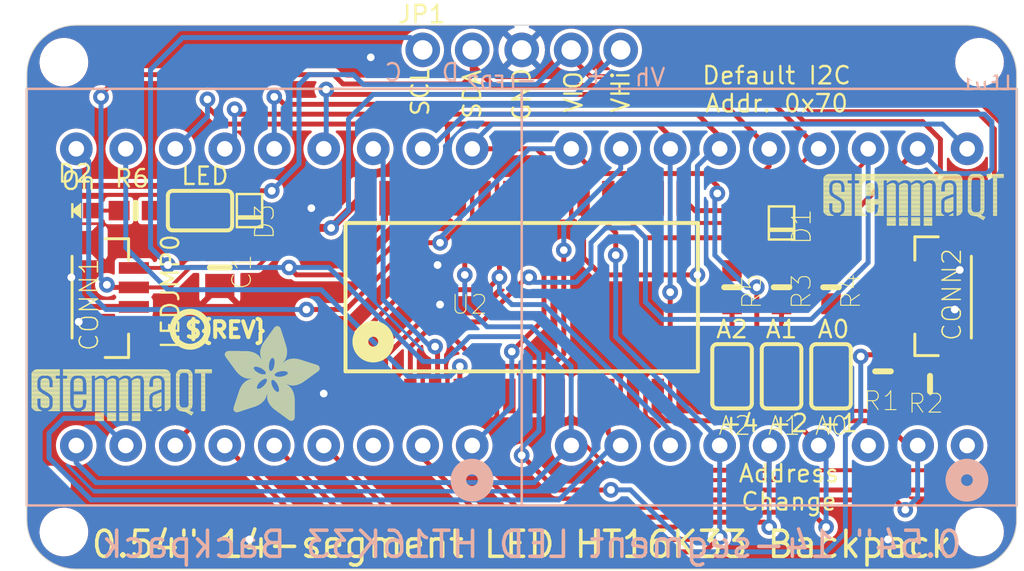
<source format=kicad_pcb>
(kicad_pcb (version 20221018) (generator pcbnew)
  (layers (0 "F.Cu" signal) (1 "In1.Cu" signal) (2 "In2.Cu" signal) (3 "In3.Cu" signal) (4 "In4.Cu" signal) (5 "In5.Cu" signal) (6 "In6.Cu" signal) (7 "In7.Cu" signal) (8 "In8.Cu" signal) (9 "In9.Cu" signal) (10 "In10.Cu" signal) (11 "In11.Cu" signal) (12 "In12.Cu" signal) (13 "In13.Cu" signal) (14 "In14.Cu" signal) (31 "B.Cu" signal) (34 "B.Paste" user) (35 "F.Paste" user) (36 "B.SilkS" user "B.Silkscreen") (37 "F.SilkS" user "F.Silkscreen") (38 "B.Mask" user) (39 "F.Mask" user) (44 "Edge.Cuts" user))
  (net 0 "")
  (net 1 "GND")
  (net 2 "N$19")
  (net 3 "N$20")
  (net 4 "A1")
  (net 5 "COM0")
  (net 6 "N$10")
  (net 7 "N$11")
  (net 8 "N$12")
  (net 9 "N$13")
  (net 10 "N$16")
  (net 11 "A0")
  (net 12 "A2")
  (net 13 "SDA")
  (net 14 "SCL")
  (net 15 "N$1")
  (net 16 "N$7")
  (net 17 "N$4")
  (net 18 "N$5")
  (net 19 "N$6")
  (net 20 "N$8")
  (net 21 "N$9")
  (net 22 "N$14")
  (net 23 "N$15")
  (net 24 "COM1")
  (net 25 "COM2")
  (net 26 "COM3")
  (net 27 "VDDIO")
  (net 28 "N$3")
  (net 29 "N$17")
  (net 30 "V+")
  (footprint "" (layer "F.Cu") (at 125.0061 117.0686)
    (fp_text reference "@HOLE0" hide)
    (fp_text value "")
  )
  (footprint "working:PCBFEAT-REV-040" (layer "F.Cu") (at 131.4831 106.6546)
    (fp_text reference "U$8" hide)
    (fp_text value "" hide)
  )
  (footprint "working:SOP28_300MIL_SKINNY" (layer "F.Cu") (at 148.5011 105.0036)
    (fp_text reference "U2")
    (fp_text value "HT16K33")
  )
  (footprint "working:0603-NO" (layer "F.Cu") (at 161.8361 104.4956 -90)
    (fp_text reference "R3")
    (fp_text value "47K")
  )
  (footprint "working:SOD-323F" (layer "F.Cu") (at 161.8361 101.1936 -90)
    (fp_text reference "D1")
    (fp_text value "CUS530")
  )
  (footprint "working:FIDUCIAL_1MM" (layer "F.Cu") (at 167.5511 94.2086)
    (fp_text reference "U$1" hide)
    (fp_text value "FIDUCIAL" hide)
  )
  (footprint "" (layer "F.Cu") (at 171.9961 117.0686)
    (fp_text reference "@HOLE1" hide)
    (fp_text value "")
  )
  (footprint "working:STEMMAQT" (layer "F.Cu") (at 163.9951 101.3206)
    (fp_text reference "U$7" hide)
    (fp_text value "" hide)
  )
  (footprint "working:CHIPLED_0603_NOOUTLINE" (layer "F.Cu") (at 125.6411 100.5586 90)
    (fp_text reference "D2")
    (fp_text value "GREEN")
  )
  (footprint "working:JST_SH4_RA" (layer "F.Cu") (at 170.0911 105.0036 90)
    (fp_text reference "CONN2")
    (fp_text value "STEMMA_I2C_QTRA" hide)
  )
  (footprint "working:SOLDERJUMPER_REFLOW_NOPASTE" (layer "F.Cu") (at 164.3761 109.0676 -90)
    (fp_text reference "A0")
    (fp_text value "" hide)
  )
  (footprint "" (layer "F.Cu") (at 125.0061 92.9386)
    (fp_text reference "@HOLE2" hide)
    (fp_text value "")
  )
  (footprint "working:0603-NO" (layer "F.Cu") (at 128.6891 100.5586 180)
    (fp_text reference "R6")
    (fp_text value "47K")
  )
  (footprint "working:SOLDERJUMPER_REFLOW_NOPASTE" (layer "F.Cu") (at 159.2961 109.0676 -90)
    (fp_text reference "A2")
    (fp_text value "" hide)
  )
  (footprint "working:0603-NO" (layer "F.Cu") (at 167.0431 108.8136 90)
    (fp_text reference "R1")
    (fp_text value "10K")
  )
  (footprint "working:JST_SH4_RA" (layer "F.Cu") (at 126.9111 105.0036 -90)
    (fp_text reference "CONN1")
    (fp_text value "STEMMA_I2C_QTRA" hide)
  )
  (footprint "working:0603-NO" (layer "F.Cu") (at 164.3761 104.4956 -90)
    (fp_text reference "R4")
    (fp_text value "47K")
  )
  (footprint "working:STEMMAQT" (layer "F.Cu") (at 123.3551 111.3536)
    (fp_text reference "U$6" hide)
    (fp_text value "" hide)
  )
  (footprint "working:0603-NO" (layer "F.Cu") (at 159.2961 104.4956 -90)
    (fp_text reference "R5")
    (fp_text value "47K")
  )
  (footprint "" (layer "F.Cu") (at 171.9961 92.9386)
    (fp_text reference "@HOLE3" hide)
    (fp_text value "")
  )
  (footprint "working:0603-NO" (layer "F.Cu") (at 169.4561 109.4486 180)
    (fp_text reference "R2")
    (fp_text value "10K")
  )
  (footprint "working:ADAFRUIT_5MM" (layer "F.Cu") (at 133.2611 111.3536)
    (fp_text reference "U$3" hide)
    (fp_text value "" hide)
  )
  (footprint "working:FIDUCIAL_1MM" (layer "F.Cu") (at 124.3711 114.6556)
    (fp_text reference "U$2" hide)
    (fp_text value "FIDUCIAL" hide)
  )
  (footprint "working:SOD-323F" (layer "F.Cu") (at 134.5311 100.5586 -90)
    (fp_text reference "D3")
    (fp_text value "CUS530")
  )
  (footprint "working:SOLDERJUMPER_CLOSEDWIRE" (layer "F.Cu") (at 131.9911 100.5586 180)
    (fp_text reference "LEDJMP0")
    (fp_text value "")
  )
  (footprint "working:SOLDERJUMPER_REFLOW_NOPASTE" (layer "F.Cu") (at 161.8361 109.0676 -90)
    (fp_text reference "A1")
    (fp_text value "" hide)
  )
  (footprint "working:1X05_ROUND_70" (layer "F.Cu") (at 148.5011 92.3036)
    (fp_text reference "JP1")
    (fp_text value "")
  )
  (footprint "working:0805-NO" (layer "F.Cu") (at 133.0071 103.4796 -90)
    (fp_text reference "C1")
    (fp_text value "10uF")
  )
  (footprint "working:SEGMENT_STARTBUST_DUAL_KWA-541CBB" (layer "B.Cu") (at 161.2011 105.0036 180)
    (fp_text reference "LED1")
    (fp_text value "")
  )
  (footprint "working:SEGMENT_STARTBUST_DUAL_KWA-541CBB" (layer "B.Cu") (at 135.8011 105.0036 180)
    (fp_text reference "LED2")
    (fp_text value "")
  )
  (gr_arc (start 173.9011 116.4336) (mid 173.157151 118.229651) (end 171.3611 118.9736) (stroke (width 0.05)) (layer "Edge.Cuts"))
  (gr_arc (start 123.1011 93.5736) (mid 123.845049 91.777549) (end 125.6411 91.0336) (stroke (width 0.05)) (layer "Edge.Cuts"))
  (gr_arc (start 171.3611 91.0336) (mid 173.157151 91.777549) (end 173.9011 93.5736) (stroke (width 0.05)) (layer "Edge.Cuts"))
  (gr_arc (start 125.6411 118.9736) (mid 123.845049 118.229651) (end 123.1011 116.4336) (stroke (width 0.05)) (layer "Edge.Cuts"))
  (gr_line (start 171.3611 91.0336) (end 125.6411 91.0336) (stroke (width 0.05)) (layer "Edge.Cuts"))
  (gr_line (start 123.1011 93.5736) (end 123.1011 116.4336) (stroke (width 0.05)) (layer "Edge.Cuts"))
  (gr_line (start 173.9011 116.4336) (end 173.9011 93.5736) (stroke (width 0.05)) (layer "Edge.Cuts"))
  (gr_line (start 125.6411 118.9736) (end 171.3611 118.9736) (stroke (width 0.05)) (layer "Edge.Cuts"))
  (gr_text "-" (at 148.1201 93.3196) (layer "B.SilkS") (effects (font (size 0.89408 0.89408) (thickness 0.12192)) (justify right top mirror)))
  (gr_text "Vh" (at 154.2161 93.1926) (layer "B.SilkS") (effects (font (size 0.89408 0.89408) (thickness 0.12192)) (justify right top mirror)))
  (gr_text "0.54\" 14-segment LED HT16K33 Backpack " (at 148.5011 117.7036) (layer "B.SilkS") (effects (font (size 1.34112 1.34112) (thickness 0.18288)) (justify mirror)))
  (gr_text "D" (at 144.3101 92.9386) (layer "B.SilkS") (effects (font (size 0.89408 0.89408) (thickness 0.12192)) (justify right top mirror)))
  (gr_text "+" (at 151.6761 93.0656) (layer "B.SilkS") (effects (font (size 0.89408 0.89408) (thickness 0.12192)) (justify right top mirror)))
  (gr_text "C" (at 141.3891 92.9386) (layer "B.SilkS") (effects (font (size 0.89408 0.89408) (thickness 0.12192)) (justify right top mirror)))
  (gr_text "Address\nChange" (at 162.2171 114.7826) (layer "F.SilkS") (effects (font (size 0.89408 0.89408) (thickness 0.12192))))
  (gr_text "SDA" (at 145.9611 94.5896 90) (layer "F.SilkS") (effects (font (size 0.89408 0.89408) (thickness 0.12192))))
  (gr_text "A0" (at 164.5031 106.6546) (layer "F.SilkS") (effects (font (size 0.89408 0.89408) (thickness 0.12192))))
  (gr_text "VIO" (at 151.1681 94.4626 90) (layer "F.SilkS") (effects (font (size 0.89408 0.89408) (thickness 0.12192))))
  (gr_text "Default I2C\nAddr. 0x70" (at 161.5821 94.3356) (layer "F.SilkS") (effects (font (size 0.89408 0.89408) (thickness 0.12192))))
  (gr_text "A1" (at 161.8361 106.6546) (layer "F.SilkS") (effects (font (size 0.89408 0.89408) (thickness 0.12192))))
  (gr_text "A2" (at 159.2961 106.6546) (layer "F.SilkS") (effects (font (size 0.89408 0.89408) (thickness 0.12192))))
  (gr_text "+1" (at 164.7571 111.4806) (layer "F.SilkS") (effects (font (size 0.89408 0.89408) (thickness 0.12192))))
  (gr_text "VHi" (at 153.5811 94.4626 90) (layer "F.SilkS") (effects (font (size 0.89408 0.89408) (thickness 0.12192))))
  (gr_text "+2" (at 162.2171 111.4806) (layer "F.SilkS") (effects (font (size 0.89408 0.89408) (thickness 0.12192))))
  (gr_text "On" (at 125.7681 99.0346) (layer "F.SilkS") (effects (font (size 0.89408 0.89408) (thickness 0.12192))))
  (gr_text "+4" (at 159.6771 111.4806) (layer "F.SilkS") (effects (font (size 0.89408 0.89408) (thickness 0.12192))))
  (gr_text "GND" (at 148.5011 94.5896 90) (layer "F.SilkS") (effects (font (size 0.89408 0.89408) (thickness 0.12192))))
  (gr_text "SCL" (at 143.2941 94.4626 90) (layer "F.SilkS") (effects (font (size 0.89408 0.89408) (thickness 0.12192))))
  (gr_text "0.54\" 14-segment LED HT16K33 Backpack" (at 148.5011 117.7036) (layer "F.SilkS") (effects (font (size 1.34112 1.34112) (thickness 0.18288))))
  (gr_text "LED" (at 132.2451 98.7806) (layer "F.SilkS") (effects (font (size 0.89408 0.89408) (thickness 0.12192))))
  (segment (start 140.2461 110.0836) (end 140.2461 109.9566) (width 0.254) (layer "F.Cu") (net 1))
  (segment (start 140.2461 109.9566) (end 138.3411 109.9566) (width 0.254) (layer "F.Cu") (net 1))
  (via (at 134.5311 117.4496) (size 0.8064) (drill 0.4) (layers "F.Cu" "B.Cu") (net 1))
  (via (at 137.7061 100.4316) (size 0.8001) (drill 0.3937) (layers "F.Cu" "B.Cu") (net 1))
  (via (at 144.1831 103.3526) (size 0.8064) (drill 0.4) (layers "F.Cu" "B.Cu") (net 1))
  (via (at 144.3101 105.3846) (size 0.8064) (drill 0.4) (layers "F.Cu" "B.Cu") (net 1))
  (via (at 140.7541 92.6846) (size 0.8001) (drill 0.3937) (layers "F.Cu" "B.Cu") (net 1))
  (via (at 170.9801 103.6066) (size 0.8064) (drill 0.4) (layers "F.Cu" "B.Cu") (net 1))
  (via (at 167.2971 117.4496) (size 0.8064) (drill 0.4) (layers "F.Cu" "B.Cu") (net 1))
  (via (at 170.7261 105.6386) (size 0.8064) (drill 0.4) (layers "F.Cu" "B.Cu") (net 1))
  (via (at 138.3411 109.9566) (size 0.8001) (drill 0.3937) (layers "F.Cu" "B.Cu") (net 1))
  (via (at 125.3871 103.9876) (size 0.8064) (drill 0.4) (layers "F.Cu" "B.Cu") (net 1))
  (via (at 125.7681 106.2736) (size 0.8064) (drill 0.4) (layers "F.Cu" "B.Cu") (net 1))
  (segment (start 161.8361 108.3056) (end 161.8361 105.3456) (width 0.254) (layer "F.Cu") (net 2))
  (segment (start 164.3761 108.3056) (end 164.3761 105.3456) (width 0.254) (layer "F.Cu") (net 3))
  (segment (start 139.4841 105.6386) (end 137.4521 105.6386) (width 0.254) (layer "F.Cu") (net 4))
  (segment (start 144.3101 102.2096) (end 144.4371 102.2096) (width 0.254) (layer "F.Cu") (net 4))
  (segment (start 142.9131 102.2096) (end 139.4841 105.6386) (width 0.254) (layer "F.Cu") (net 4))
  (segment (start 158.539587 99.294088) (end 158.539587 99.675088) (width 0.254) (layer "F.Cu") (net 4))
  (segment (start 145.3261 101.3206) (end 144.4371 102.2096) (width 0.254) (layer "F.Cu") (net 4))
  (segment (start 151.0411 97.3836) (end 152.3111 98.6536) (width 0.254) (layer "F.Cu") (net 4))
  (segment (start 160.5661 104.4956) (end 160.5661 109.4486) (width 0.254) (layer "F.Cu") (net 4))
  (segment (start 152.3111 98.6536) (end 157.8991 98.6536) (width 0.254) (layer "F.Cu") (net 4))
  (segment (start 160.5661 109.4486) (end 160.9471 109.8296) (width 0.254) (layer "F.Cu") (net 4))
  (segment (start 158.539587 99.294088) (end 157.8991 98.6536) (width 0.254) (layer "F.Cu") (net 4))
  (segment (start 160.9471 109.8296) (end 161.8361 109.8296) (width 0.254) (layer "F.Cu") (net 4))
  (segment (start 144.3101 102.2096) (end 142.9131 102.2096) (width 0.254) (layer "F.Cu") (net 4))
  (segment (start 145.3261 101.3206) (end 145.3261 99.9236) (width 0.254) (layer "F.Cu") (net 4))
  (via (at 158.539587 99.675088) (size 0.8064) (drill 0.4) (layers "F.Cu" "B.Cu") (net 4))
  (via (at 160.5661 104.4956) (size 0.8064) (drill 0.4) (layers "F.Cu" "B.Cu") (net 4))
  (via (at 144.3101 102.2096) (size 0.8001) (drill 0.3937) (layers "F.Cu" "B.Cu") (net 4))
  (via (at 137.4521 105.6386) (size 0.8001) (drill 0.3937) (layers "F.Cu" "B.Cu") (net 4))
  (segment (start 127.1651 105.6386) (end 126.2761 104.7496) (width 0.254) (layer "B.Cu") (net 4))
  (segment (start 160.5661 104.4956) (end 160.0581 104.4956) (width 0.254) (layer "B.Cu") (net 4))
  (segment (start 151.0411 97.3836) (end 148.8821 97.3836) (width 0.254) (layer "B.Cu") (net 4))
  (segment (start 126.2761 98.0186) (end 126.2761 104.7496) (width 0.254) (layer "B.Cu") (net 4))
  (segment (start 158.412587 99.802088) (end 158.412587 102.850088) (width 0.254) (layer "B.Cu") (net 4))
  (segment (start 144.3101 101.9556) (end 144.3101 102.2096) (width 0.254) (layer "B.Cu") (net 4))
  (segment (start 148.8821 97.3836) (end 144.3101 101.9556) (width 0.254) (layer "B.Cu") (net 4))
  (segment (start 160.0581 104.4956) (end 158.412587 102.850088) (width 0.254) (layer "B.Cu") (net 4))
  (segment (start 126.2761 98.0186) (end 125.6411 97.3836) (width 0.254) (layer "B.Cu") (net 4))
  (segment (start 137.4521 105.6386) (end 127.1651 105.6386) (width 0.254) (layer "B.Cu") (net 4))
  (segment (start 158.539587 99.675088) (end 158.412587 99.802088) (width 0.254) (layer "B.Cu") (net 4))
  (segment (start 141.5161 110.0836) (end 141.5161 108.0516) (width 0.254) (layer "F.Cu") (net 5))
  (segment (start 166.2811 97.8916) (end 163.9791 100.1936) (width 0.2032) (layer "F.Cu") (net 5))
  (segment (start 146.4691 106.2736) (end 148.7551 103.9876) (width 0.254) (layer "F.Cu") (net 5))
  (segment (start 143.2941 106.2736) (end 146.4691 106.2736) (width 0.254) (layer "F.Cu") (net 5))
  (segment (start 148.7551 103.9876) (end 148.8821 103.9876) (width 0.254) (layer "F.Cu") (net 5))
  (segment (start 166.2811 97.3836) (end 166.2811 97.8916) (width 0.2032) (layer "F.Cu") (net 5))
  (segment (start 163.9791 100.1936) (end 161.8361 100.1936) (width 0.2032) (layer "F.Cu") (net 5))
  (segment (start 141.5161 108.0516) (end 143.2941 106.2736) (width 0.254) (layer "F.Cu") (net 5))
  (via (at 148.8821 103.9876) (size 0.8064) (drill 0.4) (layers "F.Cu" "B.Cu") (net 5))
  (segment (start 154.3431 101.4476) (end 152.8191 101.4476) (width 0.254) (layer "B.Cu") (net 5))
  (segment (start 151.2951 104.2416) (end 152.0571 103.4796) (width 0.254) (layer "B.Cu") (net 5))
  (segment (start 155.7401 106.1466) (end 154.8511 105.2576) (width 0.254) (layer "B.Cu") (net 5))
  (segment (start 163.3601 106.1466) (end 155.7401 106.1466) (width 0.254) (layer "B.Cu") (net 5))
  (segment (start 154.8511 105.2576) (end 154.8511 101.9556) (width 0.254) (layer "B.Cu") (net 5))
  (segment (start 152.0571 102.2096) (end 152.0571 103.4796) (width 0.254) (layer "B.Cu") (net 5))
  (segment (start 166.2811 103.2256) (end 163.3601 106.1466) (width 0.254) (layer "B.Cu") (net 5))
  (segment (start 154.8511 101.9556) (end 154.3431 101.4476) (width 0.254) (layer "B.Cu") (net 5))
  (segment (start 148.8821 103.9876) (end 149.1361 104.2416) (width 0.254) (layer "B.Cu") (net 5))
  (segment (start 166.2811 97.3836) (end 166.2811 103.2256) (width 0.254) (layer "B.Cu") (net 5))
  (segment (start 152.8191 101.4476) (end 152.0571 102.2096) (width 0.254) (layer "B.Cu") (net 5))
  (segment (start 149.1361 104.2416) (end 151.2951 104.2416) (width 0.254) (layer "B.Cu") (net 5))
  (segment (start 130.7211 112.4966) (end 130.7211 112.6236) (width 0.254) (layer "F.Cu") (net 6))
  (segment (start 142.5321 104.6226) (end 146.7231 104.6226) (width 0.254) (layer "F.Cu") (net 6))
  (segment (start 147.3581 102.3366) (end 147.3581 103.9876) (width 0.254) (layer "F.Cu") (net 6))
  (segment (start 147.3581 103.9876) (end 146.7231 104.6226) (width 0.254) (layer "F.Cu") (net 6))
  (segment (start 134.9121 108.3056) (end 130.7211 112.4966) (width 0.254) (layer "F.Cu") (net 6))
  (segment (start 147.8661 101.8286) (end 147.3581 102.3366) (width 0.254) (layer "F.Cu") (net 6))
  (segment (start 147.8661 99.9236) (end 147.8661 101.8286) (width 0.254) (layer "F.Cu") (net 6))
  (segment (start 142.5321 104.6226) (end 138.8491 108.3056) (width 0.254) (layer "F.Cu") (net 6))
  (segment (start 138.8491 108.3056) (end 134.9121 108.3056) (width 0.254) (layer "F.Cu") (net 6))
  (via (at 147.3581 103.9876) (size 0.8001) (drill 0.3937) (layers "F.Cu" "B.Cu") (net 6))
  (segment (start 149.6441 105.3846) (end 147.9931 105.3846) (width 0.254) (layer "B.Cu") (net 6))
  (segment (start 156.1211 112.6236) (end 156.1211 111.8616) (width 0.254) (layer "B.Cu") (net 6))
  (segment (start 147.3581 104.7496) (end 147.3581 103.9876) (width 0.254) (layer "B.Cu") (net 6))
  (segment (start 156.1211 111.8616) (end 149.6441 105.3846) (width 0.254) (layer "B.Cu") (net 6))
  (segment (start 147.9931 105.3846) (end 147.3581 104.7496) (width 0.254) (layer "B.Cu") (net 6))
  (segment (start 170.2181 114.9096) (end 156.8831 114.9096) (width 0.254) (layer "F.Cu") (net 7))
  (segment (start 155.9941 115.7986) (end 156.8831 114.9096) (width 0.254) (layer "F.Cu") (net 7))
  (segment (start 145.9611 112.6236) (end 145.9611 113.5126) (width 0.254) (layer "F.Cu") (net 7))
  (segment (start 148.2471 115.7986) (end 155.9941 115.7986) (width 0.254) (layer "F.Cu") (net 7))
  (segment (start 149.6441 106.1466) (end 147.9931 107.7976) (width 0.254) (layer "F.Cu") (net 7))
  (segment (start 171.3611 113.7666) (end 171.3611 112.6236) (width 0.254) (layer "F.Cu") (net 7))
  (segment (start 148.2471 115.7986) (end 145.9611 113.5126) (width 0.254) (layer "F.Cu") (net 7))
  (segment (start 149.6441 103.2256) (end 149.6441 106.1466) (width 0.254) (layer "F.Cu") (net 7))
  (segment (start 171.3611 113.7666) (end 170.2181 114.9096) (width 0.254) (layer "F.Cu") (net 7))
  (segment (start 149.1361 99.9236) (end 149.1361 102.7176) (width 0.254) (layer "F.Cu") (net 7))
  (segment (start 149.6441 103.2256) (end 149.1361 102.7176) (width 0.254) (layer "F.Cu") (net 7))
  (via (at 147.9931 107.7976) (size 0.8001) (drill 0.3937) (layers "F.Cu" "B.Cu") (net 7))
  (segment (start 147.9931 107.7976) (end 147.9931 110.5916) (width 0.254) (layer "B.Cu") (net 7))
  (segment (start 147.9931 110.5916) (end 145.9611 112.6236) (width 0.254) (layer "B.Cu") (net 7))
  (segment (start 145.9611 97.3836) (end 149.2631 97.3836) (width 0.254) (layer "F.Cu") (net 8))
  (segment (start 149.2631 97.3836) (end 150.4061 98.5266) (width 0.254) (layer "F.Cu") (net 8))
  (segment (start 150.4061 98.5266) (end 150.4061 99.9236) (width 0.254) (layer "F.Cu") (net 8))
  (segment (start 145.9611 97.1296) (end 145.9611 97.3836) (width 0.254) (layer "B.Cu") (net 8))
  (segment (start 146.9771 96.1136) (end 145.9611 97.1296) (width 0.254) (layer "B.Cu") (net 8))
  (segment (start 171.3611 97.3836) (end 170.0911 96.1136) (width 0.254) (layer "B.Cu") (net 8))
  (segment (start 170.0911 96.1136) (end 146.9771 96.1136) (width 0.254) (layer "B.Cu") (net 8))
  (segment (start 157.5181 95.6056) (end 158.6611 96.7486) (width 0.254) (layer "F.Cu") (net 9))
  (segment (start 157.5181 103.8606) (end 152.5651 103.8606) (width 0.254) (layer "F.Cu") (net 9))
  (segment (start 133.7691 95.3516) (end 134.0231 95.6056) (width 0.254) (layer "F.Cu") (net 9))
  (segment (start 151.6761 102.9716) (end 151.6761 99.9236) (width 0.254) (layer "F.Cu") (net 9))
  (segment (start 152.5651 103.8606) (end 151.6761 102.9716) (width 0.254) (layer "F.Cu") (net 9))
  (segment (start 158.6611 96.7486) (end 158.6611 97.3836) (width 0.254) (layer "F.Cu") (net 9))
  (segment (start 134.0231 95.6056) (end 157.5181 95.6056) (width 0.254) (layer "F.Cu") (net 9))
  (via (at 133.7691 95.3516) (size 0.8001) (drill 0.3937) (layers "F.Cu" "B.Cu") (net 9))
  (via (at 157.5181 103.8606) (size 0.8001) (drill 0.3937) (layers "F.Cu" "B.Cu") (net 9))
  (segment (start 158.6611 97.3836) (end 158.4071 97.3836) (width 0.254) (layer "B.Cu") (net 9))
  (segment (start 133.7691 95.3516) (end 133.7691 96.8756) (width 0.254) (layer "B.Cu") (net 9))
  (segment (start 133.2611 97.3836) (end 133.7691 96.8756) (width 0.254) (layer "B.Cu") (net 9))
  (segment (start 157.5181 98.2726) (end 157.5181 103.8606) (width 0.254) (layer "B.Cu") (net 9))
  (segment (start 158.4071 97.3836) (end 157.5181 98.2726) (width 0.254) (layer "B.Cu") (net 9))
  (segment (start 158.6611 117.3226) (end 157.8991 118.0846) (width 0.254) (layer "F.Cu") (net 10))
  (segment (start 157.8991 118.0846) (end 138.7221 118.0846) (width 0.254) (layer "F.Cu") (net 10))
  (segment (start 133.2611 112.6236) (end 138.7221 118.0846) (width 0.254) (layer "F.Cu") (net 10))
  (segment (start 153.3271 101.7016) (end 153.3271 102.8446) (width 0.254) (layer "F.Cu") (net 10))
  (segment (start 153.3271 101.7016) (end 152.9461 101.3206) (width 0.254) (layer "F.Cu") (net 10))
  (segment (start 152.9461 101.3206) (end 152.9461 99.9236) (width 0.254) (layer "F.Cu") (net 10))
  (via (at 153.3271 102.8446) (size 0.8001) (drill 0.3937) (layers "F.Cu" "B.Cu") (net 10))
  (via (at 158.6611 117.3226) (size 0.8001) (drill 0.3937) (layers "F.Cu" "B.Cu") (net 10))
  (segment (start 153.3271 102.8446) (end 153.3271 107.0356) (width 0.254) (layer "B.Cu") (net 10))
  (segment (start 158.6611 112.6236) (end 158.6611 112.3696) (width 0.254) (layer "B.Cu") (net 10))
  (segment (start 158.6611 117.3226) (end 158.6611 112.6236) (width 0.254) (layer "B.Cu") (net 10))
  (segment (start 158.6611 112.3696) (end 153.3271 107.0356) (width 0.254) (layer "B.Cu") (net 10))
  (segment (start 146.5961 101.3206) (end 145.5801 102.3366) (width 0.254) (layer "F.Cu") (net 11))
  (segment (start 161.4551 114.4016) (end 161.9631 113.8936) (width 0.2032) (layer "F.Cu") (net 11))
  (segment (start 170.0911 112.1156) (end 169.2021 111.2266) (width 0.2032) (layer "F.Cu") (net 11))
  (segment (start 151.0411 112.6236) (end 151.8031 112.6236) (width 0.2032) (layer "F.Cu") (net 11))
  (segment (start 167.995437 111.2266) (end 169.2021 111.2266) (width 0.2032) (layer "F.Cu") (net 11))
  (segment (start 146.5961 99.9236) (end 146.5961 101.3206) (width 0.254) (layer "F.Cu") (net 11))
  (segment (start 145.5801 103.8606) (end 145.5801 102.3366) (width 0.254) (layer "F.Cu") (net 11))
  (segment (start 161.9631 113.8936) (end 169.7101 113.8936) (width 0.2032) (layer "F.Cu") (net 11))
  (segment (start 169.7101 113.8936) (end 170.0911 113.5126) (width 0.2032) (layer "F.Cu") (net 11))
  (segment (start 167.614437 110.8456) (end 167.995437 111.2266) (width 0.2032) (layer "F.Cu") (net 11))
  (segment (start 153.5811 114.4016) (end 161.4551 114.4016) (width 0.2032) (layer "F.Cu") (net 11))
  (segment (start 164.3761 109.8296) (end 165.3921 110.8456) (width 0.2032) (layer "F.Cu") (net 11))
  (segment (start 165.3921 110.8456) (end 167.614437 110.8456) (width 0.2032) (layer "F.Cu") (net 11))
  (segment (start 170.0911 113.5126) (end 170.0911 112.1156) (width 0.2032) (layer "F.Cu") (net 11))
  (segment (start 153.5811 114.4016) (end 151.8031 112.6236) (width 0.2032) (layer "F.Cu") (net 11))
  (via (at 145.5801 103.8606) (size 0.8001) (drill 0.3937) (layers "F.Cu" "B.Cu") (net 11))
  (segment (start 149.1361 114.5286) (end 126.6571 114.5286) (width 0.254) (layer "B.Cu") (net 11))
  (segment (start 126.6571 114.5286) (end 125.6411 113.5126) (width 0.254) (layer "B.Cu") (net 11))
  (segment (start 151.0411 112.6236) (end 151.0411 108.5596) (width 0.254) (layer "B.Cu") (net 11))
  (segment (start 145.5801 105.3846) (end 145.5801 103.8606) (width 0.254) (layer "B.Cu") (net 11))
  (segment (start 125.6411 113.5126) (end 125.6411 112.6236) (width 0.254) (layer "B.Cu") (net 11))
  (segment (start 149.0091 106.5276) (end 146.7231 106.5276) (width 0.254) (layer "B.Cu") (net 11))
  (segment (start 146.7231 106.5276) (end 145.5801 105.3846) (width 0.254) (layer "B.Cu") (net 11))
  (segment (start 151.0411 108.5596) (end 149.0091 106.5276) (width 0.254) (layer "B.Cu") (net 11))
  (segment (start 151.0411 112.6236) (end 149.1361 114.5286) (width 0.254) (layer "B.Cu") (net 11))
  (segment (start 156.1211 96.7486) (end 156.1211 97.3836) (width 0.254) (layer "F.Cu") (net 12))
  (segment (start 132.3721 94.8436) (end 132.3721 95.2246) (width 0.254) (layer "F.Cu") (net 12))
  (segment (start 144.0561 99.9236) (end 144.0561 98.6536) (width 0.254) (layer "F.Cu") (net 12))
  (segment (start 159.2961 109.8296) (end 158.968825 109.8296) (width 0.254) (layer "F.Cu") (net 12))
  (segment (start 144.0561 98.6536) (end 144.6911 98.0186) (width 0.254) (layer "F.Cu") (net 12))
  (segment (start 158.968825 109.8296) (end 156.1211 106.981875) (width 0.254) (layer "F.Cu") (net 12))
  (segment (start 155.4861 96.1136) (end 156.1211 96.7486) (width 0.254) (layer "F.Cu") (net 12))
  (segment (start 133.2611 96.1136) (end 132.3721 95.2246) (width 0.254) (layer "F.Cu") (net 12))
  (segment (start 144.6911 98.0186) (end 144.6911 96.1136) (width 0.254) (layer "F.Cu") (net 12))
  (segment (start 133.2611 96.1136) (end 144.6911 96.1136) (width 0.254) (layer "F.Cu") (net 12))
  (segment (start 144.6911 96.1136) (end 155.4861 96.1136) (width 0.254) (layer "F.Cu") (net 12))
  (segment (start 156.1211 106.981875) (end 156.1211 104.7496) (width 0.254) (layer "F.Cu") (net 12))
  (via (at 132.3721 94.8436) (size 0.8001) (drill 0.3937) (layers "F.Cu" "B.Cu") (net 12))
  (via (at 156.1211 104.7496) (size 0.8064) (drill 0.4) (layers "F.Cu" "B.Cu") (net 12))
  (segment (start 132.3721 94.8436) (end 132.3721 95.7326) (width 0.254) (layer "B.Cu") (net 12))
  (segment (start 130.7211 97.3836) (end 132.3721 95.7326) (width 0.254) (layer "B.Cu") (net 12))
  (segment (start 156.1211 104.7496) (end 156.1211 97.3836) (width 0.254) (layer "B.Cu") (net 12))
  (segment (start 126.9111 94.7166) (end 126.9111 94.5896) (width 0.254) (layer "F.Cu") (net 13))
  (segment (start 145.8341 92.9386) (end 145.8341 92.4306) (width 0.254) (layer "F.Cu") (net 13))
  (segment (start 147.0279 94.1324) (end 145.8341 92.9386) (width 0.254) (layer "F.Cu") (net 13))
  (segment (start 169.9895 96.899632) (end 169.9895 98.5012) (width 0.254) (layer "F.Cu") (net 13))
  (segment (start 131.5083 103.4544) (end 134.9373 103.4544) (width 0.2032) (layer "F.Cu") (net 13))
  (segment (start 145.9611 92.3036) (end 145.9611 93.5736) (width 0.254) (layer "F.Cu") (net 13))
  (segment (start 139.3317 94.0562) (end 138.8491 93.5736) (width 0.254) (layer "F.Cu") (net 13))
  (segment (start 168.6061 109.4486) (end 168.6061 108.1396) (width 0.254) (layer "F.Cu") (net 13))
  (segment (start 169.076468 95.9866) (end 169.9895 96.899632) (width 0.254) (layer "F.Cu") (net 13))
  (segment (start 161.136481 94.1324) (end 162.990681 95.9866) (width 0.254) (layer "F.Cu") (net 13))
  (segment (start 168.6061 108.1396) (end 169.7101 107.0356) (width 0.254) (layer "F.Cu") (net 13))
  (segment (start 134.9373 103.4544) (end 135.74395 102.64775) (width 0.2032) (layer "F.Cu") (net 13))
  (segment (start 126.9111 94.5896) (end 127.9271 93.5736) (width 0.254) (layer "F.Cu") (net 13))
  (segment (start 166.7891 105.1306) (end 167.1621 105.5036) (width 0.254) (layer "F.Cu") (net 13))
  (segment (start 166.7891 101.7016) (end 166.7891 105.1306) (width 0.254) (layer "F.Cu") (net 13))
  (segment (start 139.93495 102.64775) (end 141.5161 101.0666) (width 0.254) (layer "F.Cu") (net 13))
  (segment (start 169.7101 107.0356) (end 169.7101 106.1466) (width 0.254) (layer "F.Cu") (net 13))
  (segment (start 167.1621 105.5036) (end 168.4051 105.5036) (width 0.254) (layer "F.Cu") (net 13))
  (segment (start 145.9611 92.3036) (end 145.8341 92.4306) (width 0.254) (layer "F.Cu") (net 13))
  (segment (start 135.74395 102.64775) (end 139.93495 102.64775) (width 0.254) (layer "F.Cu") (net 13))
  (segment (start 128.5971 104.5036) (end 127.3477 104.5036) (width 0.254) (layer "F.Cu") (net 13))
  (segment (start 141.5161 101.0666) (end 141.5161 99.9236) (width 0.254) (layer "F.Cu") (net 13))
  (segment (start 127.3477 104.5036) (end 127.2127 104.3686) (width 0.254) (layer "F.Cu") (net 13))
  (segment (start 145.4785 94.0562) (end 139.3317 94.0562) (width 0.254) (layer "F.Cu") (net 13))
  (segment (start 162.990681 95.9866) (end 169.076468 95.9866) (width 0.254) (layer "F.Cu") (net 13))
  (segment (start 169.0671 105.5036) (end 168.4051 105.5036) (width 0.254) (layer "F.Cu") (net 13))
  (segment (start 161.136481 94.1324) (end 147.0279 94.1324) (width 0.254) (layer "F.Cu") (net 13))
  (segment (start 138.8491 93.5736) (end 127.9271 93.5736) (width 0.254) (layer "F.Cu") (net 13))
  (segment (start 145.9611 93.5736) (end 145.4785 94.0562) (width 0.254) (layer "F.Cu") (net 13))
  (segment (start 169.7101 106.1466) (end 169.0671 105.5036) (width 0.254) (layer "F.Cu") (net 13))
  (segment (start 128.5971 104.5036) (end 130.4591 104.5036) (width 0.2032) (layer "F.Cu") (net 13))
  (segment (start 169.9895 98.5012) (end 166.7891 101.7016) (width 0.254) (layer "F.Cu") (net 13))
  (segment (start 130.4591 104.5036) (end 131.5083 103.4544) (width 0.2032) (layer "F.Cu") (net 13))
  (via (at 127.2127 104.3686) (size 0.8064) (drill 0.4) (layers "F.Cu" "B.Cu") (net 13))
  (via (at 126.9111 94.7166) (size 0.8064) (drill 0.4) (layers "F.Cu" "B.Cu") (net 13))
  (segment (start 127.2127 104.3686) (end 126.9111 104.067) (width 0.254) (layer "B.Cu") (net 13))
  (segment (start 126.9111 104.067) (end 126.9111 94.7166) (width 0.254) (layer "B.Cu") (net 13))
  (segment (start 153.0731 114.9096) (end 153.080465 114.902234) (width 0.254) (layer "F.Cu") (net 14))
  (segment (start 136.9441 103.8606) (end 140.3731 103.8606) (width 0.254) (layer "F.Cu") (net 14))
  (segment (start 140.3731 103.8606) (end 142.7861 101.4476) (width 0.254) (layer "F.Cu") (net 14))
  (segment (start 167.0431 107.9636) (end 168.4051 106.6016) (width 0.254) (layer "F.Cu") (net 14))
  (segment (start 136.5631 103.4796) (end 136.9441 103.8606) (width 0.254) (layer "F.Cu") (net 14))
  (segment (start 167.0431 107.9636) (end 165.9881 107.9636) (width 0.254) (layer "F.Cu") (net 14))
  (segment (start 148.5011 113.1316) (end 150.2791 114.9096) (width 0.254) (layer "F.Cu") (net 14))
  (segment (start 128.5971 103.5036) (end 130.1891 103.5036) (width 0.2032) (layer "F.Cu") (net 14))
  (segment (start 150.2791 114.9096) (end 153.0731 114.9096) (width 0.254) (layer "F.Cu") (net 14))
  (segment (start 142.7861 101.4476) (end 142.7861 99.9236) (width 0.254) (layer "F.Cu") (net 14))
  (segment (start 168.4051 106.6016) (end 168.4051 106.5036) (width 0.254) (layer "F.Cu") (net 14))
  (segment (start 130.1891 103.5036) (end 130.3401 103.3526) (width 0.2032) (layer "F.Cu") (net 14))
  (segment (start 165.9881 107.9636) (end 165.9001 108.0516) (width 0.254) (layer "F.Cu") (net 14))
  (via (at 165.9001 108.0516) (size 0.8064) (drill 0.4) (layers "F.Cu" "B.Cu") (net 14))
  (via (at 136.5631 103.4796) (size 0.8001) (drill 0.3937) (layers "F.Cu" "B.Cu") (net 14))
  (via (at 148.5011 113.1316) (size 0.8064) (drill 0.4) (layers "F.Cu" "B.Cu") (net 14))
  (via (at 153.080465 114.902234) (size 0.8064) (drill 0.4) (layers "F.Cu" "B.Cu") (net 14))
  (via (at 130.3401 103.3526) (size 0.8064) (drill 0.4) (layers "F.Cu" "B.Cu") (net 14))
  (segment (start 165.1127 117.094) (end 164.1221 118.0846) (width 0.254) (layer "B.Cu") (net 14))
  (segment (start 142.7861 91.6686) (end 131.1021 91.6686) (width 0.254) (layer "B.Cu") (net 14))
  (segment (start 157.2641 118.0846) (end 154.081734 114.902234) (width 0.254) (layer "B.Cu") (net 14))
  (segment (start 143.432682 108.3056) (end 144.547369 108.3056) (width 0.254) (layer "B.Cu") (net 14))
  (segment (start 131.1021 91.6686) (end 129.4511 93.3196) (width 0.254) (layer "B.Cu") (net 14))
  (segment (start 130.4671 103.4796) (end 130.4036 103.4161) (width 0.254) (layer "B.Cu") (net 14))
  (segment (start 165.9001 111.352231) (end 165.1127 112.139631) (width 0.254) (layer "B.Cu") (net 14))
  (segment (start 165.9001 108.0516) (end 165.9001 111.352231) (width 0.254) (layer "B.Cu") (net 14))
  (segment (start 165.1127 112.139631) (end 165.1127 117.094) (width 0.254) (layer "B.Cu") (net 14))
  (segment (start 145.817369 107.0356) (end 148.5011 107.0356) (width 0.254) (layer "B.Cu") (net 14))
  (segment (start 164.1221 118.0846) (end 157.2641 118.0846) (width 0.254) (layer "B.Cu") (net 14))
  (segment (start 138.606682 103.4796) (end 143.432682 108.3056) (width 0.254) (layer "B.Cu") (net 14))
  (segment (start 143.4211 92.3036) (end 142.7861 91.6686) (width 0.254) (layer "B.Cu") (net 14))
  (segment (start 153.080465 114.902234) (end 154.081734 114.902234) (width 0.254) (layer "B.Cu") (net 14))
  (segment (start 148.5011 112.7506) (end 148.5011 113.1316) (width 0.254) (layer "B.Cu") (net 14))
  (segment (start 149.3901 107.9246) (end 149.3901 111.8616) (width 0.254) (layer "B.Cu") (net 14))
  (segment (start 132.1181 103.4796) (end 136.5631 103.4796) (width 0.254) (layer "B.Cu") (net 14))
  (segment (start 129.4511 102.4636) (end 130.3401 103.3526) (width 0.254) (layer "B.Cu") (net 14))
  (segment (start 136.5631 103.4796) (end 138.606682 103.4796) (width 0.254) (layer "B.Cu") (net 14))
  (segment (start 132.1181 103.4796) (end 130.4671 103.4796) (width 0.254) (layer "B.Cu") (net 14))
  (segment (start 130.4036 103.4161) (end 130.3401 103.3526) (width 0.254) (layer "B.Cu") (net 14))
  (segment (start 148.5011 107.0356) (end 149.3901 107.9246) (width 0.254) (layer "B.Cu") (net 14))
  (segment (start 149.3901 111.8616) (end 148.5011 112.7506) (width 0.254) (layer "B.Cu") (net 14))
  (segment (start 144.547369 108.3056) (end 145.817369 107.0356) (width 0.254) (layer "B.Cu") (net 14))
  (segment (start 129.4511 100.8126) (end 129.4511 102.4636) (width 0.254) (layer "B.Cu") (net 14))
  (segment (start 129.4511 93.3196) (end 129.4511 100.8126) (width 0.254) (layer "B.Cu") (net 14))
  (segment (start 159.2961 103.6456) (end 161.8361 103.6456) (width 0.254) (layer "F.Cu") (net 15))
  (segment (start 161.8361 103.6456) (end 164.3761 103.6456) (width 0.254) (layer "F.Cu") (net 15))
  (segment (start 161.8361 102.1936) (end 161.8361 103.6456) (width 0.2032) (layer "F.Cu") (net 15))
  (segment (start 159.2961 108.3056) (end 159.2961 105.3456) (width 0.254) (layer "F.Cu") (net 16))
  (segment (start 154.8511 101.9556) (end 160.1851 101.9556) (width 0.254) (layer "F.Cu") (net 17))
  (segment (start 160.1851 101.9556) (end 161.0741 101.0666) (width 0.254) (layer "F.Cu") (net 17))
  (segment (start 154.2161 101.3206) (end 154.8511 101.9556) (width 0.254) (layer "F.Cu") (net 17))
  (segment (start 154.2161 99.9236) (end 154.2161 101.3206) (width 0.254) (layer "F.Cu") (net 17))
  (segment (start 165.1381 101.0666) (end 168.8211 97.3836) (width 0.254) (layer "F.Cu") (net 17))
  (segment (start 161.0741 101.0666) (end 165.1381 101.0666) (width 0.254) (layer "F.Cu") (net 17))
  (segment (start 172.2501 95.6056) (end 145.5801 95.6056) (width 0.254) (layer "B.Cu") (net 17))
  (segment (start 172.6311 98.3996) (end 172.6311 95.9866) (width 0.254) (layer "B.Cu") (net 17))
  (segment (start 145.5801 95.6056) (end 143.8021 97.3836) (width 0.254) (layer "B.Cu") (net 17))
  (segment (start 172.3771 98.6536) (end 172.6311 98.3996) (width 0.254) (layer "B.Cu") (net 17))
  (segment (start 168.8211 97.3836) (end 170.0911 98.6536) (width 0.254) (layer "B.Cu") (net 17))
  (segment (start 143.8021 97.3836) (end 143.4211 97.3836) (width 0.254) (layer "B.Cu") (net 17))
  (segment (start 172.6311 95.9866) (end 172.2501 95.6056) (width 0.254) (layer "B.Cu") (net 17))
  (segment (start 170.0911 98.6536) (end 172.3771 98.6536) (width 0.254) (layer "B.Cu") (net 17))
  (segment (start 161.3281 98.7806) (end 162.2171 98.7806) (width 0.2032) (layer "F.Cu") (net 18))
  (segment (start 162.2171 98.7806) (end 163.6776 97.3201) (width 0.2032) (layer "F.Cu") (net 18))
  (segment (start 163.7411 97.3836) (end 163.6776 97.3201) (width 0.254) (layer "F.Cu") (net 18))
  (segment (start 155.4861 100.9396) (end 155.7401 101.1936) (width 0.2032) (layer "F.Cu") (net 18))
  (segment (start 163.6776 97.3201) (end 160.9471 94.5896) (width 0.254) (layer "F.Cu") (net 18))
  (segment (start 155.4861 99.9236) (end 155.4861 100.9396) (width 0.2032) (layer "F.Cu") (net 18))
  (segment (start 158.9151 101.1936) (end 161.3281 98.7806) (width 0.2032) (layer "F.Cu") (net 18))
  (segment (start 155.7401 101.1936) (end 158.9151 101.1936) (width 0.2032) (layer "F.Cu") (net 18))
  (segment (start 160.9471 94.5896) (end 138.7221 94.5896) (width 0.254) (layer "F.Cu") (net 18))
  (segment (start 138.7221 94.5896) (end 138.4681 94.3356) (width 0.254) (layer "F.Cu") (net 18))
  (via (at 138.4681 94.3356) (size 0.8001) (drill 0.3937) (layers "F.Cu" "B.Cu") (net 18))
  (segment (start 138.4681 97.2566) (end 138.3411 97.3836) (width 0.254) (layer "B.Cu") (net 18))
  (segment (start 138.4681 94.3356) (end 138.4681 97.2566) (width 0.254) (layer "B.Cu") (net 18))
  (segment (start 158.9151 95.0976) (end 136.3091 95.0976) (width 0.254) (layer "F.Cu") (net 19))
  (segment (start 161.2011 98.2726) (end 158.9151 100.5586) (width 0.254) (layer "F.Cu") (net 19))
  (segment (start 135.9281 94.7166) (end 135.8011 94.7166) (width 0.254) (layer "F.Cu") (net 19))
  (segment (start 161.2011 97.3836) (end 158.9151 95.0976) (width 0.254) (layer "F.Cu") (net 19))
  (segment (start 136.3091 95.0976) (end 135.9281 94.7166) (width 0.254) (layer "F.Cu") (net 19))
  (segment (start 158.9151 100.5586) (end 157.3911 100.5586) (width 0.254) (layer "F.Cu") (net 19))
  (segment (start 161.2011 98.2726) (end 161.2011 97.3836) (width 0.254) (layer "F.Cu") (net 19))
  (segment (start 156.7561 99.9236) (end 157.3911 100.5586) (width 0.254) (layer "F.Cu") (net 19))
  (via (at 135.8011 94.7166) (size 0.8001) (drill 0.3937) (layers "F.Cu" "B.Cu") (net 19))
  (segment (start 135.8011 94.7166) (end 135.8011 97.3836) (width 0.254) (layer "B.Cu") (net 19))
  (segment (start 168.3131 112.6236) (end 168.8211 112.6236) (width 0.254) (layer "F.Cu") (net 20))
  (segment (start 168.1861 115.9256) (end 167.6781 115.4176) (width 0.254) (layer "F.Cu") (net 20))
  (segment (start 167.6781 115.4176) (end 157.1371 115.4176) (width 0.254) (layer "F.Cu") (net 20))
  (segment (start 156.7561 110.0836) (end 157.5689 110.8964) (width 0.254) (layer "F.Cu") (net 20))
  (segment (start 163.6141 111.3536) (end 163.1569 110.8964) (width 0.254) (layer "F.Cu") (net 20))
  (segment (start 167.0431 111.3536) (end 163.6141 111.3536) (width 0.254) (layer "F.Cu") (net 20))
  (segment (start 168.3131 112.6236) (end 167.0431 111.3536) (width 0.254) (layer "F.Cu") (net 20))
  (segment (start 146.4691 116.3066) (end 143.4211 113.2586) (width 0.254) (layer "F.Cu") (net 20))
  (segment (start 157.5689 110.8964) (end 163.1569 110.8964) (width 0.254) (layer "F.Cu") (net 20))
  (segment (start 157.1371 115.4176) (end 156.2481 116.3066) (width 0.254) (layer "F.Cu") (net 20))
  (segment (start 143.4211 112.6236) (end 143.4211 113.2586) (width 0.254) (layer "F.Cu") (net 20))
  (segment (start 156.2481 116.3066) (end 146.4691 116.3066) (width 0.254) (layer "F.Cu") (net 20))
  (via (at 168.1861 115.9256) (size 0.8001) (drill 0.3937) (layers "F.Cu" "B.Cu") (net 20))
  (segment (start 168.8211 115.2906) (end 168.1861 115.9256) (width 0.254) (layer "B.Cu") (net 20))
  (segment (start 168.8211 115.2906) (end 168.8211 112.6236) (width 0.254) (layer "B.Cu") (net 20))
  (segment (start 155.4861 110.9726) (end 155.8671 111.3536) (width 0.254) (layer "F.Cu") (net 21))
  (segment (start 162.4711 111.3536) (end 163.7411 112.6236) (width 0.254) (layer "F.Cu") (net 21))
  (segment (start 163.3601 116.0526) (end 157.7721 116.0526) (width 0.254) (layer "F.Cu") (net 21))
  (segment (start 138.3411 112.6236) (end 142.5321 116.8146) (width 0.254) (layer "F.Cu") (net 21))
  (segment (start 157.0101 116.8146) (end 142.5321 116.8146) (width 0.254) (layer "F.Cu") (net 21))
  (segment (start 157.7721 116.0526) (end 157.0101 116.8146) (width 0.254) (layer "F.Cu") (net 21))
  (segment (start 155.8671 111.3536) (end 162.4711 111.3536) (width 0.254) (layer "F.Cu") (net 21))
  (segment (start 155.4861 110.0836) (end 155.4861 110.9726) (width 0.254) (layer "F.Cu") (net 21))
  (segment (start 164.1221 116.8146) (end 163.3601 116.0526) (width 0.254) (layer "F.Cu") (net 21))
  (via (at 164.1221 116.8146) (size 0.8001) (drill 0.3937) (layers "F.Cu" "B.Cu") (net 21))
  (segment (start 164.1221 113.0046) (end 163.7411 112.6236) (width 0.254) (layer "B.Cu") (net 21))
  (segment (start 164.1221 113.0046) (end 164.1221 116.8146) (width 0.254) (layer "B.Cu") (net 21))
  (segment (start 135.8011 112.6236) (end 140.6271 117.4496) (width 0.254) (layer "F.Cu") (net 22))
  (segment (start 160.9471 116.5606) (end 158.1531 116.5606) (width 0.254) (layer "F.Cu") (net 22))
  (segment (start 157.2641 117.4496) (end 140.6271 117.4496) (width 0.254) (layer "F.Cu") (net 22))
  (segment (start 161.2011 116.8146) (end 160.9471 116.5606) (width 0.254) (layer "F.Cu") (net 22))
  (segment (start 154.8257 111.9632) (end 154.8257 113.488568) (width 0.254) (layer "F.Cu") (net 22))
  (segment (start 158.1531 116.5606) (end 157.2641 117.4496) (width 0.254) (layer "F.Cu") (net 22))
  (segment (start 161.2011 113.7666) (end 161.0741 113.8936) (width 0.254) (layer "F.Cu") (net 22))
  (segment (start 154.2161 110.0836) (end 154.2161 111.3536) (width 0.254) (layer "F.Cu") (net 22))
  (segment (start 161.2011 113.7666) (end 161.2011 112.6236) (width 0.254) (layer "F.Cu") (net 22))
  (segment (start 154.8257 113.488568) (end 155.230731 113.8936) (width 0.254) (layer "F.Cu") (net 22))
  (segment (start 155.230731 113.8936) (end 161.0741 113.8936) (width 0.254) (layer "F.Cu") (net 22))
  (segment (start 154.2161 111.3536) (end 154.8257 111.9632) (width 0.254) (layer "F.Cu") (net 22))
  (via (at 161.2011 116.8146) (size 0.8001) (drill 0.3937) (layers "F.Cu" "B.Cu") (net 22))
  (segment (start 161.2011 116.8146) (end 161.2011 112.6236) (width 0.254) (layer "B.Cu") (net 22))
  (segment (start 152.9461 111.9886) (end 153.5811 112.6236) (width 0.254) (layer "F.Cu") (net 23))
  (segment (start 152.9461 110.0836) (end 152.9461 111.9886) (width 0.254) (layer "F.Cu") (net 23))
  (segment (start 153.5811 112.6236) (end 153.2001 112.6236) (width 0.254) (layer "B.Cu") (net 23))
  (segment (start 126.4031 115.4176) (end 150.4061 115.4176) (width 0.254) (layer "B.Cu") (net 23))
  (segment (start 124.2441 113.2586) (end 126.4031 115.4176) (width 0.254) (layer "B.Cu") (net 23))
  (segment (start 128.1811 112.6236) (end 126.7841 111.2266) (width 0.254) (layer "B.Cu") (net 23))
  (segment (start 126.7841 111.2266) (end 125.0061 111.2266) (width 0.254) (layer "B.Cu") (net 23))
  (segment (start 125.0061 111.2266) (end 124.2441 111.9886) (width 0.254) (layer "B.Cu") (net 23))
  (segment (start 153.2001 112.6236) (end 150.4061 115.4176) (width 0.254) (layer "B.Cu") (net 23))
  (segment (start 124.2441 111.9886) (end 124.2441 113.2586) (width 0.254) (layer "B.Cu") (net 23))
  (segment (start 150.6601 107.9246) (end 150.6601 102.5906) (width 0.254) (layer "F.Cu") (net 24))
  (segment (start 142.7861 110.0836) (end 142.7861 107.557712) (width 0.254) (layer "F.Cu") (net 24))
  (segment (start 144.705213 106.795712) (end 146.4691 108.5596) (width 0.254) (layer "F.Cu") (net 24))
  (segment (start 150.0251 108.5596) (end 150.6601 107.9246) (width 0.254) (layer "F.Cu") (net 24))
  (segment (start 143.5481 106.795712) (end 144.705213 106.795712) (width 0.254) (layer "F.Cu") (net 24))
  (segment (start 143.5481 106.795712) (end 142.7861 107.557712) (width 0.254) (layer "F.Cu") (net 24))
  (segment (start 146.4691 108.5596) (end 150.0251 108.5596) (width 0.254) (layer "F.Cu") (net 24))
  (via (at 150.6601 102.5906) (size 0.8001) (drill 0.3937) (layers "F.Cu" "B.Cu") (net 24))
  (segment (start 150.6601 101.3206) (end 153.5811 98.3996) (width 0.254) (layer "B.Cu") (net 24))
  (segment (start 153.5811 98.3996) (end 153.5811 97.3836) (width 0.254) (layer "B.Cu") (net 24))
  (segment (start 150.6601 102.5906) (end 150.6601 101.3206) (width 0.254) (layer "B.Cu") (net 24))
  (segment (start 144.0561 110.0836) (end 144.1831 109.9566) (width 0.254) (layer "F.Cu") (net 25))
  (segment (start 144.0561 107.6706) (end 144.0561 107.5436) (width 0.254) (layer "F.Cu") (net 25))
  (segment (start 144.1831 107.7976) (end 144.1831 109.9566) (width 0.254) (layer "F.Cu") (net 25))
  (segment (start 144.1831 107.7976) (end 144.0561 107.6706) (width 0.254) (layer "F.Cu") (net 25))
  (via (at 144.0561 107.5436) (size 0.8001) (drill 0.3937) (layers "F.Cu" "B.Cu") (net 25))
  (segment (start 143.8021 107.5436) (end 141.3891 105.1306) (width 0.254) (layer "B.Cu") (net 25))
  (segment (start 141.3891 97.7646) (end 141.0081 97.3836) (width 0.254) (layer "B.Cu") (net 25))
  (segment (start 141.0081 97.3836) (end 140.8811 97.3836) (width 0.254) (layer "B.Cu") (net 25))
  (segment (start 141.3891 105.1306) (end 141.3891 97.7646) (width 0.254) (layer "B.Cu") (net 25))
  (segment (start 144.0561 107.5436) (end 143.8021 107.5436) (width 0.254) (layer "B.Cu") (net 25))
  (segment (start 145.3261 108.5596) (end 145.3261 110.0836) (width 0.254) (layer "F.Cu") (net 26))
  (via (at 145.3261 108.5596) (size 0.8001) (drill 0.3937) (layers "F.Cu" "B.Cu") (net 26))
  (segment (start 130.3401 104.6226) (end 138.2141 104.6226) (width 0.254) (layer "B.Cu") (net 26))
  (segment (start 145.3261 108.5596) (end 144.8181 109.0676) (width 0.254) (layer "B.Cu") (net 26))
  (segment (start 128.1811 102.4636) (end 130.3401 104.6226) (width 0.254) (layer "B.Cu") (net 26))
  (segment (start 128.1811 97.3836) (end 128.1811 102.4636) (width 0.254) (layer "B.Cu") (net 26))
  (segment (start 138.2141 104.6226) (end 142.6591 109.0676) (width 0.254) (layer "B.Cu") (net 26))
  (segment (start 144.8181 109.0676) (end 142.6591 109.0676) (width 0.254) (layer "B.Cu") (net 26))
  (segment (start 172.7581 103.9876) (end 172.7581 103.4796) (width 0.3048) (layer "F.Cu") (net 27))
  (segment (start 171.8691 95.4786) (end 163.3601 95.4786) (width 0.254) (layer "F.Cu") (net 27))
  (segment (start 161.5567 93.6752) (end 152.0317 93.6752) (width 0.254) (layer "F.Cu") (net 27))
  (segment (start 123.9901 99.7966) (end 124.4981 99.2886) (width 0.3048) (layer "F.Cu") (net 27))
  (segment (start 170.3061 109.4486) (end 170.3451 109.4486) (width 0.3048) (layer "F.Cu") (net 27))
  (segment (start 152.0317 93.6752) (end 151.0411 92.6846) (width 0.254) (layer "F.Cu") (net 27))
  (segment (start 169.3291 110.4646) (end 170.3451 109.4486) (width 0.254) (layer "F.Cu") (net 27))
  (segment (start 128.5971 105.5036) (end 125.1251 105.5036) (width 0.3048) (layer "F.Cu") (net 27))
  (segment (start 125.1251 105.5036) (end 123.9901 104.3686) (width 0.3048) (layer "F.Cu") (net 27))
  (segment (start 172.7581 96.3676) (end 171.8691 95.4786) (width 0.254) (layer "F.Cu") (net 27))
  (segment (start 168.4051 104.5036) (end 172.2421 104.5036) (width 0.3048) (layer "F.Cu") (net 27))
  (segment (start 134.2611 99.2886) (end 134.5311 99.5586) (width 0.3048) (layer "F.Cu") (net 27))
  (segment (start 151.0411 92.6846) (end 151.0411 92.3036) (width 0.254) (layer "F.Cu") (net 27))
  (segment (start 172.7581 108.5596) (end 172.7581 103.9876) (width 0.3048) (layer "F.Cu") (net 27))
  (segment (start 167.8441 110.4646) (end 169.3291 110.4646) (width 0.254) (layer "F.Cu") (net 27))
  (segment (start 135.6741 99.5426) (end 134.5311 99.5426) (width 0.254) (layer "F.Cu") (net 27))
  (segment (start 172.2421 104.5036) (end 172.7581 103.9876) (width 0.3048) (layer "F.Cu") (net 27))
  (segment (start 163.3601 95.4786) (end 161.5567 93.6752) (width 0.254) (layer "F.Cu") (net 27))
  (segment (start 171.8691 109.4486) (end 172.7581 108.5596) (width 0.3048) (layer "F.Cu") (net 27))
  (segment (start 123.9901 104.3686) (end 123.9901 99.7966) (width 0.3048) (layer "F.Cu") (net 27))
  (segment (start 134.5311 99.5586) (end 134.5311 99.5426) (width 0.254) (layer "F.Cu") (net 27))
  (segment (start 124.4981 99.2886) (end 134.2611 99.2886) (width 0.3048) (layer "F.Cu") (net 27))
  (segment (start 167.0431 109.6636) (end 167.8441 110.4646) (width 0.254) (layer "F.Cu") (net 27))
  (segment (start 170.3451 109.4486) (end 171.8691 109.4486) (width 0.3048) (layer "F.Cu") (net 27))
  (segment (start 172.7581 103.4796) (end 172.7581 96.3676) (width 0.254) (layer "F.Cu") (net 27))
  (via (at 135.6741 99.5426) (size 0.8064) (drill 0.4) (layers "F.Cu" "B.Cu") (net 27))
  (segment (start 137.5791 93.5736) (end 139.8651 93.5736) (width 0.254) (layer "B.Cu") (net 27))
  (segment (start 137.0711 98.1456) (end 137.0711 94.0816) (width 0.254) (layer "B.Cu") (net 27))
  (segment (start 139.8651 93.5736) (end 140.3731 94.0816) (width 0.254) (layer "B.Cu") (net 27))
  (segment (start 149.2631 94.0816) (end 151.0411 92.3036) (width 0.254) (layer "B.Cu") (net 27))
  (segment (start 135.6741 99.5426) (end 137.0711 98.1456) (width 0.254) (layer "B.Cu") (net 27))
  (segment (start 137.0711 94.0816) (end 137.5791 93.5736) (width 0.254) (layer "B.Cu") (net 27))
  (segment (start 140.3731 94.0816) (end 149.2631 94.0816) (width 0.254) (layer "B.Cu") (net 27))
  (segment (start 126.3911 100.5586) (end 127.8391 100.5586) (width 0.2032) (layer "F.Cu") (net 28))
  (segment (start 129.5391 100.5586) (end 131.2291 100.5586) (width 0.254) (layer "F.Cu") (net 29))
  (segment (start 134.5311 101.5586) (end 134.6421 101.4476) (width 0.4064) (layer "F.Cu") (net 30))
  (segment (start 132.7531 101.3206) (end 132.9911 101.5586) (width 0.4064) (layer "F.Cu") (net 30))
  (segment (start 140.2461 99.9236) (end 138.7221 101.4476) (width 0.4064) (layer "F.Cu") (net 30))
  (segment (start 134.6421 101.4476) (end 138.7221 101.4476) (width 0.4064) (layer "F.Cu") (net 30))
  (segment (start 132.9911 101.5586) (end 134.5311 101.5586) (width 0.4064) (layer "F.Cu") (net 30))
  (segment (start 132.7531 100.5586) (end 132.7531 101.3206) (width 0.4064) (layer "F.Cu") (net 30))
  (segment (start 132.7531 102.2756) (end 133.0071 102.5296) (width 0.4064) (layer "F.Cu") (net 30))
  (segment (start 132.7531 101.3206) (end 132.7531 102.2756) (width 0.4064) (layer "F.Cu") (net 30))
  (via (at 138.7221 101.4476) (size 0.8001) (drill 0.3937) (layers "F.Cu" "B.Cu") (net 30))
  (segment (start 140.8811 94.5896) (end 139.6111 95.8596) (width 0.254) (layer "B.Cu") (net 30))
  (segment (start 139.6111 100.5586) (end 138.7221 101.4476) (width 0.254) (layer "B.Cu") (net 30))
  (segment (start 151.2951 94.5896) (end 140.8811 94.5896) (width 0.254) (layer "B.Cu") (net 30))
  (segment (start 151.2951 94.5896) (end 153.5811 92.3036) (width 0.254) (layer "B.Cu") (net 30))
  (segment (start 139.6111 95.8596) (end 139.6111 100.5586) (width 0.254) (layer "B.Cu") (net 30))
  (zone (net 1) (net_name "GND") (layer "F.Cu") (priority 6) (connect_pads (clearance 0.000001)) (min_thickness 0.127) (fill yes (thermal_gap 0.304) (thermal_bridge_width 0.304))
    (polygon (pts (xy 174.0281 119.1006) (xy 122.9741 119.1006) (xy 122.9741 90.9066) (xy 174.0281 90.9066)))
  )
  (zone (net 1) (net_name "GND") (layer "B.Cu") (priority 6) (connect_pads (clearance 0.000001)) (min_thickness 0.127) (fill yes (thermal_gap 0.304) (thermal_bridge_width 0.304))
    (polygon (pts (xy 174.0281 119.1006) (xy 122.9741 119.1006) (xy 122.9741 90.9066) (xy 174.0281 90.9066)))
  )
)
</source>
